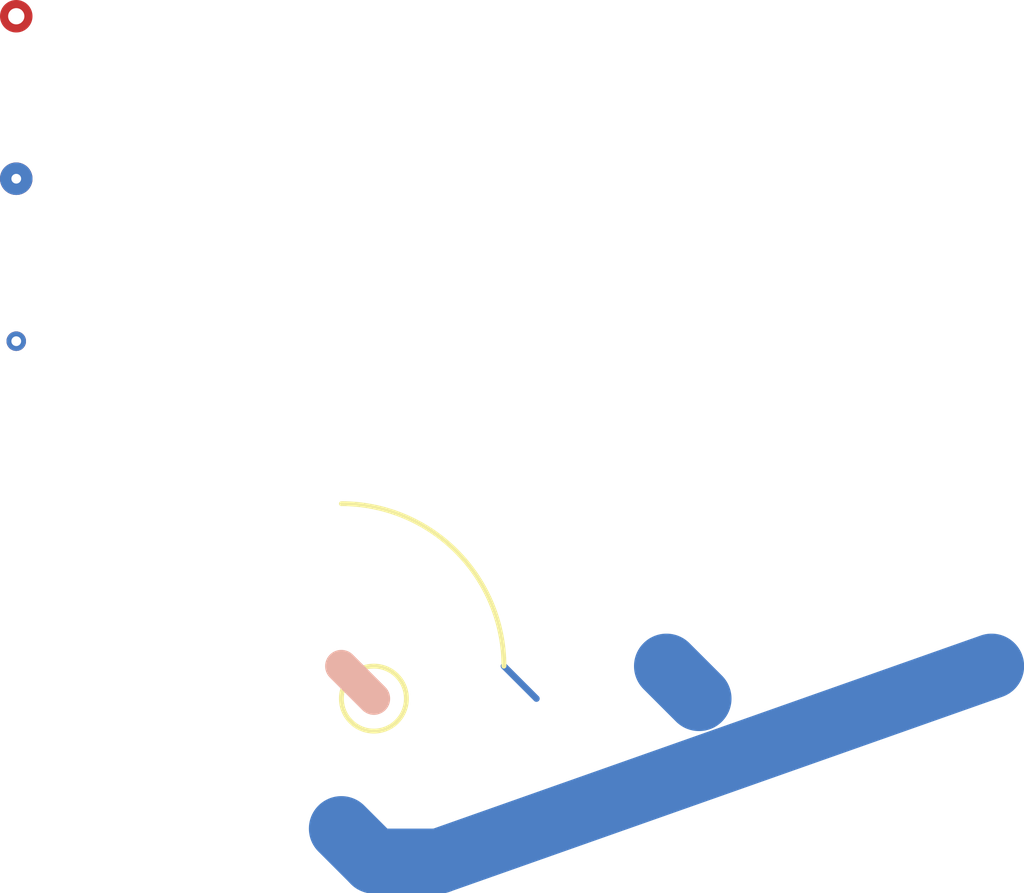
<source format=kicad_pcb>
(kicad_pcb (version 20221018) (generator pcbnew)

  (general
    (thickness 1.6)
  )

  (paper "A4")
  (layers
    (0 "F.Cu" signal)
    (31 "B.Cu" signal)
    (32 "B.Adhes" user "B.Adhesive")
    (33 "F.Adhes" user "F.Adhesive")
    (34 "B.Paste" user)
    (35 "F.Paste" user)
    (36 "B.SilkS" user "B.Silkscreen")
    (37 "F.SilkS" user "F.Silkscreen")
    (38 "B.Mask" user)
    (39 "F.Mask" user)
    (40 "Dwgs.User" user "User.Drawings")
    (41 "Cmts.User" user "User.Comments")
    (42 "Eco1.User" user "User.Eco1")
    (43 "Eco2.User" user "User.Eco2")
    (44 "Edge.Cuts" user)
    (45 "Margin" user)
    (46 "B.CrtYd" user "B.Courtyard")
    (47 "F.CrtYd" user "F.Courtyard")
    (48 "B.Fab" user)
    (49 "F.Fab" user)
    (50 "User.1" user)
    (51 "User.2" user)
    (52 "User.3" user)
    (53 "User.4" user)
    (54 "User.5" user)
    (55 "User.6" user)
    (56 "User.7" user)
    (57 "User.8" user)
    (58 "User.9" user)
  )

  (setup
    (pad_to_mask_clearance 0)
    (pcbplotparams
      (layerselection 0x00010fc_ffffffff)
      (plot_on_all_layers_selection 0x0000000_00000000)
      (disableapertmacros false)
      (usegerberextensions false)
      (usegerberattributes true)
      (usegerberadvancedattributes true)
      (creategerberjobfile true)
      (dashed_line_dash_ratio 12.000000)
      (dashed_line_gap_ratio 3.000000)
      (svgprecision 4)
      (plotframeref false)
      (viasonmask false)
      (mode 1)
      (useauxorigin false)
      (hpglpennumber 1)
      (hpglpenspeed 20)
      (hpglpendiameter 15.000000)
      (dxfpolygonmode true)
      (dxfimperialunits true)
      (dxfusepcbnewfont true)
      (psnegative false)
      (psa4output false)
      (plotreference true)
      (plotvalue true)
      (plotinvisibletext false)
      (sketchpadsonfab false)
      (subtractmaskfromsilk false)
      (outputformat 1)
      (mirror false)
      (drillshape 1)
      (scaleselection 1)
      (outputdirectory "")
    )
  )

  (net 0 "")

  (gr_line (start 0 0) (end 1 1)
    (stroke (width 1) (type default)) (layer "B.SilkS") (tstamp 8e60b31d-9740-46d7-a2b0-ab6d763ad890))
  (gr_circle (center 1 1) (end 1 2)
    (stroke (width 0.15) (type default)) (fill none) (layer "F.SilkS") (tstamp 0086c8b8-a2ba-488b-9d26-a76906c1756e))
  (gr_arc (start 0 -5) (mid 3.535534 -3.535534) (end 5 0)
    (stroke (width 0.15) (type default)) (layer "F.SilkS") (tstamp 0dcad48d-b704-4583-8f1f-586950b9ab9e))

  (segment (start 0 0) (end 1 1) (width 0.2) (layer "F.Cu") (net 0) (tstamp ab9386d3-d032-4f9e-abb9-6e6d7637a00c))
  (via (at -10 -15) (size 1) (drill 0.3) (layers "F.Cu" "B.Cu") (net 0) (tstamp 153942d9-0fc8-43e0-b440-0ad83e44b935))
  (via blind (at -10 -20) (size 1) (drill 0.5) (layers "F.Cu" "In1.Cu") (net 0) (tstamp 94c2113d-5d5e-4c04-8d31-a6f5abc0fc6e))
  (via (at -10 -10) (size 0.6) (drill 0.3) (layers "F.Cu" "B.Cu") (net 0) (tstamp bbd7f232-ce8d-4491-84a1-65f317b998a6))
  (via blind (at -10 -20) (size 1) (drill 0.3) (layers "In1.Cu" "In2.Cu") (net 0) (tstamp 57768f3f-067b-4f7c-bea4-95ba4f46c42b))
  (segment (start 10 0) (end 11 1) (width 2) (layer "B.Cu") (net 0) (tstamp 6add037b-da4f-4f2f-afe2-9d4f23d1a40d))
  (segment (start 5 0) (end 6 1) (width 0.2) (layer "B.Cu") (net 0) (tstamp bfd7dc22-8dfa-4ff3-bf26-c5d8c2792866))
  (segment (start 3 6) (end 20 0) (width 2) (layer "B.Cu") (net 0) (tstamp c1742d7c-3244-4684-9955-08c4b8d16af7))
  (segment (start 0 5) (end 1 6) (width 2) (layer "B.Cu") (net 0) (tstamp e27bca7a-180b-4147-8014-410160ab57c9))
  (segment (start 1 6) (end 3 6) (width 2) (layer "B.Cu") (net 0) (tstamp f88c27b0-1de6-4961-9cb5-cda3020bd083))

)

</source>
